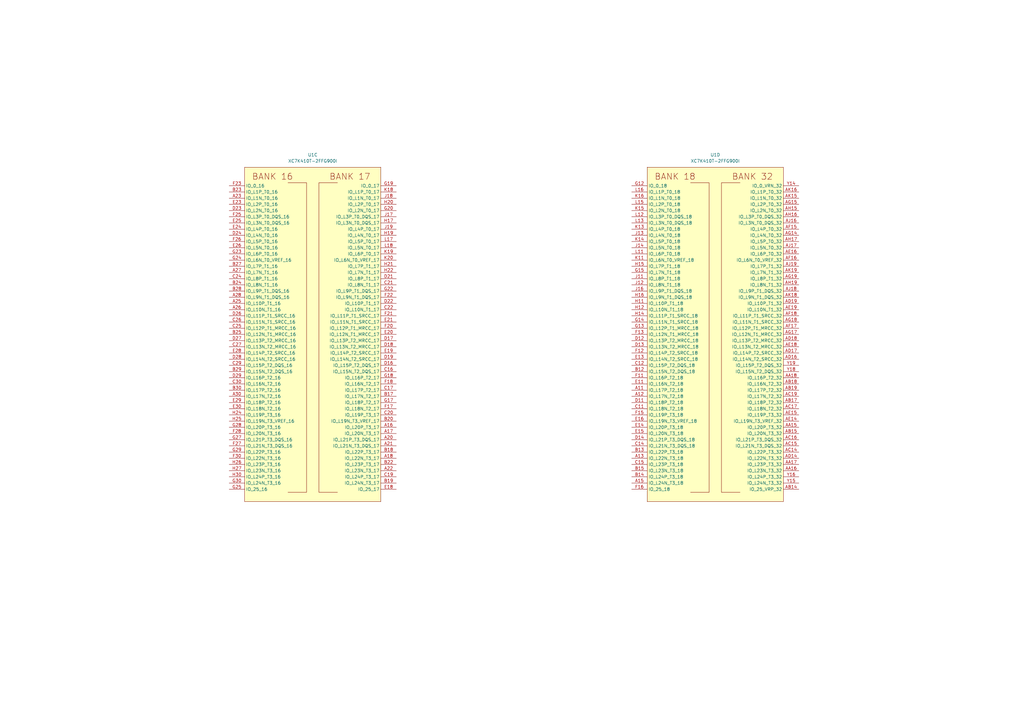
<source format=kicad_sch>
(kicad_sch (version 20211123) (generator eeschema)
  (paper "A3")
  (title_block (title "K410T devboard") (date "2022-12-20") (rev "0.0.99"))
  (symbol (lib_id "antmicroMicrocontrollers:XC7K410T-2FFG900I") (at 128.27 137.16 0) (unit 3)
    (property "Reference" "U1" (at 128.27 63.5 0))
    (property "Value" "XC7K410T-2FFG900I" (at 128.27 66.04 0))
    (property "Footprint" "antmicro-footprints:xc7k410t-2ffg900I" (effects hide))
    (property "Datasheet" "https://eu.mouser.com/datasheet/2/903/ds180_7Series_Overview-1591537.pdf" (effects hide))
    (property "Manufacturer" "Xilinx" (effects hide))
    (property "MPN" "XC7K410T-2FFG900I" (effects hide))
  )
  (symbol (lib_id "antmicroMicrocontrollers:XC7K410T-2FFG900I") (at 293.37 137.16 0) (unit 4)
    (property "Reference" "U1" (at 293.37 63.5 0))
    (property "Value" "XC7K410T-2FFG900I" (at 293.37 66.04 0))
    (property "Footprint" "antmicro-footprints:xc7k410t-2ffg900I" (effects hide))
    (property "Datasheet" "https://eu.mouser.com/datasheet/2/903/ds180_7Series_Overview-1591537.pdf" (effects hide))
    (property "Manufacturer" "Xilinx" (effects hide))
    (property "MPN" "XC7K410T-2FFG900I" (effects hide))
  )
)
</source>
